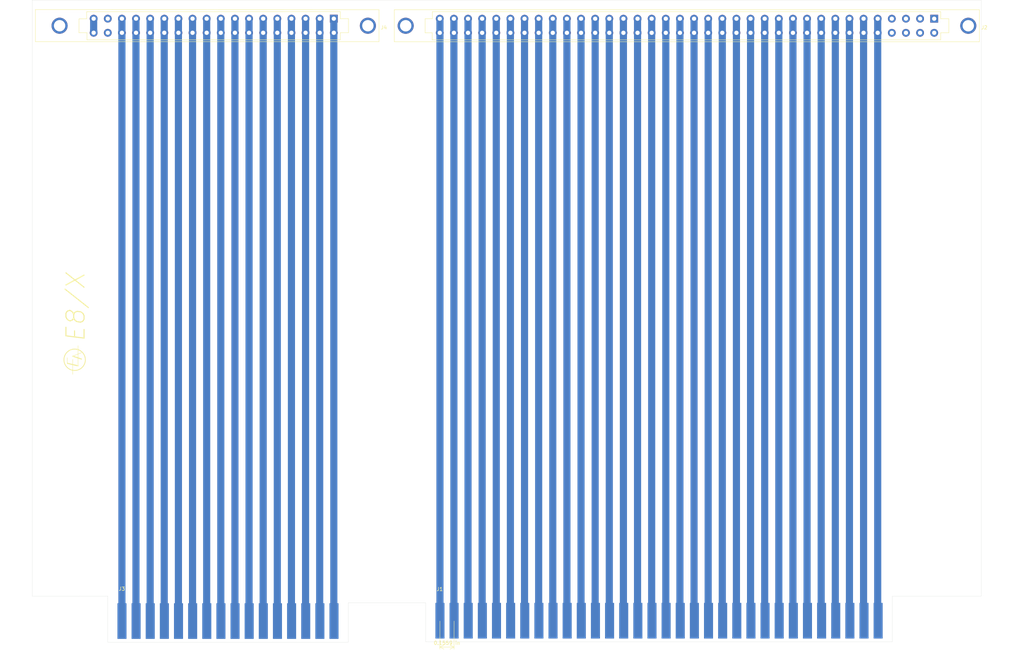
<source format=kicad_pcb>
(kicad_pcb (version 20171130) (host pcbnew "(5.1.10-1-10_14)")

  (general
    (thickness 1.6)
    (drawings 21)
    (tracks 98)
    (zones 0)
    (modules 5)
    (nets 63)
  )

  (page A3)
  (layers
    (0 F.Cu signal)
    (31 B.Cu signal)
    (32 B.Adhes user)
    (33 F.Adhes user)
    (34 B.Paste user)
    (35 F.Paste user)
    (36 B.SilkS user)
    (37 F.SilkS user)
    (38 B.Mask user)
    (39 F.Mask user)
    (40 Dwgs.User user)
    (41 Cmts.User user)
    (42 Eco1.User user)
    (43 Eco2.User user)
    (44 Edge.Cuts user)
    (45 Margin user)
    (46 B.CrtYd user)
    (47 F.CrtYd user)
    (48 B.Fab user)
    (49 F.Fab user)
  )

  (setup
    (last_trace_width 0.25)
    (user_trace_width 2)
    (trace_clearance 0.2)
    (zone_clearance 0.508)
    (zone_45_only no)
    (trace_min 0.2)
    (via_size 0.8)
    (via_drill 0.4)
    (via_min_size 0.4)
    (via_min_drill 0.3)
    (uvia_size 0.3)
    (uvia_drill 0.1)
    (uvias_allowed no)
    (uvia_min_size 0.2)
    (uvia_min_drill 0.1)
    (edge_width 0.05)
    (segment_width 0.2)
    (pcb_text_width 0.3)
    (pcb_text_size 1.5 1.5)
    (mod_edge_width 0.12)
    (mod_text_size 1 1)
    (mod_text_width 0.15)
    (pad_size 1.524 1.524)
    (pad_drill 0.762)
    (pad_to_mask_clearance 0)
    (aux_axis_origin 0 0)
    (grid_origin 45 260)
    (visible_elements FFFFFF7F)
    (pcbplotparams
      (layerselection 0x010fc_ffffffff)
      (usegerberextensions false)
      (usegerberattributes true)
      (usegerberadvancedattributes true)
      (creategerberjobfile true)
      (excludeedgelayer true)
      (linewidth 0.100000)
      (plotframeref false)
      (viasonmask false)
      (mode 1)
      (useauxorigin false)
      (hpglpennumber 1)
      (hpglpenspeed 20)
      (hpglpendiameter 15.000000)
      (psnegative false)
      (psa4output false)
      (plotreference true)
      (plotvalue true)
      (plotinvisibletext false)
      (padsonsilk false)
      (subtractmaskfromsilk false)
      (outputformat 1)
      (mirror false)
      (drillshape 0)
      (scaleselection 1)
      (outputdirectory "Gerber/"))
  )

  (net 0 "")
  (net 1 "Net-(J1-Pad31)")
  (net 2 "Net-(J1-Pad32)")
  (net 3 "Net-(J1-Pad20)")
  (net 4 "Net-(J1-Pad21)")
  (net 5 "Net-(J1-Pad22)")
  (net 6 "Net-(J1-Pad23)")
  (net 7 "Net-(J1-Pad24)")
  (net 8 "Net-(J1-Pad25)")
  (net 9 "Net-(J1-Pad26)")
  (net 10 "Net-(J1-Pad27)")
  (net 11 "Net-(J1-Pad28)")
  (net 12 "Net-(J1-Pad29)")
  (net 13 "Net-(J1-Pad30)")
  (net 14 "Net-(J1-Pad19)")
  (net 15 "Net-(J1-Pad18)")
  (net 16 "Net-(J1-Pad17)")
  (net 17 "Net-(J1-Pad16)")
  (net 18 "Net-(J1-Pad15)")
  (net 19 "Net-(J1-Pad14)")
  (net 20 "Net-(J1-Pad13)")
  (net 21 "Net-(J1-Pad12)")
  (net 22 "Net-(J1-Pad11)")
  (net 23 "Net-(J1-Pad10)")
  (net 24 "Net-(J1-Pad9)")
  (net 25 "Net-(J1-Pad8)")
  (net 26 "Net-(J1-Pad7)")
  (net 27 "Net-(J1-Pad6)")
  (net 28 "Net-(J1-Pad5)")
  (net 29 "Net-(J1-Pad4)")
  (net 30 "Net-(J1-Pad3)")
  (net 31 "Net-(J1-Pad2)")
  (net 32 "Net-(J1-Pad1)")
  (net 33 "Net-(J3-Pad16)")
  (net 34 "Net-(J3-Pad15)")
  (net 35 "Net-(J3-Pad14)")
  (net 36 "Net-(J3-Pad13)")
  (net 37 "Net-(J3-Pad12)")
  (net 38 "Net-(J3-Pad11)")
  (net 39 "Net-(J3-Pad10)")
  (net 40 "Net-(J3-Pad9)")
  (net 41 "Net-(J3-Pad8)")
  (net 42 "Net-(J3-Pad7)")
  (net 43 "Net-(J3-Pad6)")
  (net 44 "Net-(J3-Pad5)")
  (net 45 "Net-(J3-Pad4)")
  (net 46 "Net-(J3-Pad3)")
  (net 47 "Net-(J3-Pad2)")
  (net 48 "Net-(J3-Pad1)")
  (net 49 "Net-(J4-PadH1)")
  (net 50 "Net-(J4-PadH2)")
  (net 51 "Net-(J2-PadH1)")
  (net 52 "Net-(J2-PadH2)")
  (net 53 "Net-(J2-PadA1)")
  (net 54 "Net-(J2-PadA2)")
  (net 55 "Net-(J2-PadA3)")
  (net 56 "Net-(J2-PadA4)")
  (net 57 "Net-(J2-Pad1)")
  (net 58 "Net-(J2-Pad2)")
  (net 59 "Net-(J2-Pad3)")
  (net 60 "Net-(J2-Pad4)")
  (net 61 "Net-(J4-Pad17)")
  (net 62 "Net-(J4-Pad18)")

  (net_class Default "This is the default net class."
    (clearance 0.2)
    (trace_width 0.25)
    (via_dia 0.8)
    (via_drill 0.4)
    (uvia_dia 0.3)
    (uvia_drill 0.1)
    (add_net "Net-(J1-Pad1)")
    (add_net "Net-(J1-Pad10)")
    (add_net "Net-(J1-Pad11)")
    (add_net "Net-(J1-Pad12)")
    (add_net "Net-(J1-Pad13)")
    (add_net "Net-(J1-Pad14)")
    (add_net "Net-(J1-Pad15)")
    (add_net "Net-(J1-Pad16)")
    (add_net "Net-(J1-Pad17)")
    (add_net "Net-(J1-Pad18)")
    (add_net "Net-(J1-Pad19)")
    (add_net "Net-(J1-Pad2)")
    (add_net "Net-(J1-Pad20)")
    (add_net "Net-(J1-Pad21)")
    (add_net "Net-(J1-Pad22)")
    (add_net "Net-(J1-Pad23)")
    (add_net "Net-(J1-Pad24)")
    (add_net "Net-(J1-Pad25)")
    (add_net "Net-(J1-Pad26)")
    (add_net "Net-(J1-Pad27)")
    (add_net "Net-(J1-Pad28)")
    (add_net "Net-(J1-Pad29)")
    (add_net "Net-(J1-Pad3)")
    (add_net "Net-(J1-Pad30)")
    (add_net "Net-(J1-Pad31)")
    (add_net "Net-(J1-Pad32)")
    (add_net "Net-(J1-Pad4)")
    (add_net "Net-(J1-Pad5)")
    (add_net "Net-(J1-Pad6)")
    (add_net "Net-(J1-Pad7)")
    (add_net "Net-(J1-Pad8)")
    (add_net "Net-(J1-Pad9)")
    (add_net "Net-(J2-Pad1)")
    (add_net "Net-(J2-Pad2)")
    (add_net "Net-(J2-Pad3)")
    (add_net "Net-(J2-Pad4)")
    (add_net "Net-(J2-PadA1)")
    (add_net "Net-(J2-PadA2)")
    (add_net "Net-(J2-PadA3)")
    (add_net "Net-(J2-PadA4)")
    (add_net "Net-(J2-PadH1)")
    (add_net "Net-(J2-PadH2)")
    (add_net "Net-(J3-Pad1)")
    (add_net "Net-(J3-Pad10)")
    (add_net "Net-(J3-Pad11)")
    (add_net "Net-(J3-Pad12)")
    (add_net "Net-(J3-Pad13)")
    (add_net "Net-(J3-Pad14)")
    (add_net "Net-(J3-Pad15)")
    (add_net "Net-(J3-Pad16)")
    (add_net "Net-(J3-Pad2)")
    (add_net "Net-(J3-Pad3)")
    (add_net "Net-(J3-Pad4)")
    (add_net "Net-(J3-Pad5)")
    (add_net "Net-(J3-Pad6)")
    (add_net "Net-(J3-Pad7)")
    (add_net "Net-(J3-Pad8)")
    (add_net "Net-(J3-Pad9)")
    (add_net "Net-(J4-Pad17)")
    (add_net "Net-(J4-Pad18)")
    (add_net "Net-(J4-PadH1)")
    (add_net "Net-(J4-PadH2)")
  )

  (module EDUC-8:EA_Symbol (layer F.Cu) (tedit 60BC925A) (tstamp 60D700A7)
    (at 39.9 186.7 90)
    (fp_text reference REF** (at 0 -5.08 90) (layer F.SilkS) hide
      (effects (font (size 1 1) (thickness 0.15)))
    )
    (fp_text value EA_Symbol (at 0 -6.985 90) (layer F.Fab) hide
      (effects (font (size 1 1) (thickness 0.15)))
    )
    (fp_circle (center 0 0) (end 3 0) (layer F.SilkS) (width 0.24))
    (fp_line (start -1 -2) (end -1.7 0.9) (layer F.SilkS) (width 0.3))
    (fp_line (start -1.04 -2.07) (end 0.57 -2.07) (layer F.SilkS) (width 0.12))
    (fp_line (start -4.09 -0.53) (end 0.11 -0.53) (layer F.SilkS) (width 0.12))
    (fp_line (start -1.75 0.95) (end 3.95 0.95) (layer F.SilkS) (width 0.12))
    (fp_line (start 1 -0.5) (end 0.2 1.9) (layer F.SilkS) (width 0.3))
    (fp_line (start 1.04 -0.51) (end 2 1.96) (layer F.SilkS) (width 0.12))
  )

  (module Connector_PCBEdge:PCB_16pin (layer F.Cu) (tedit 60B359DB) (tstamp 60D69DEB)
    (at 49.1768 265.942)
    (path /612BE996)
    (fp_text reference J3 (at 3.9624 -14.986) (layer F.SilkS)
      (effects (font (size 1 1) (thickness 0.15)))
    )
    (fp_text value 16-way-pcb-edge-Educ-8-connectors (at 3.9624 -12.954) (layer F.Fab)
      (effects (font (size 1 1) (thickness 0.15)))
    )
    (fp_line (start 67.3856 -0.1) (end 67.3856 -11.022) (layer Dwgs.User) (width 0.12))
    (fp_line (start 0 0) (end 67.4 0) (layer Dwgs.User) (width 0.12))
    (fp_line (start 0 -10.668) (end 0 0) (layer Dwgs.User) (width 0.12))
    (pad 16 connect rect (at 3.9872 -5.942) (size 2.54 10) (layers B.Cu B.Mask)
      (net 33 "Net-(J3-Pad16)"))
    (pad 15 connect rect (at 7.9496 -5.942) (size 2.54 10) (layers B.Cu B.Mask)
      (net 34 "Net-(J3-Pad15)"))
    (pad 14 connect rect (at 11.912 -5.942) (size 2.54 10) (layers B.Cu B.Mask)
      (net 35 "Net-(J3-Pad14)"))
    (pad 13 connect rect (at 15.8744 -5.942) (size 2.54 10) (layers B.Cu B.Mask)
      (net 36 "Net-(J3-Pad13)"))
    (pad 12 connect rect (at 19.8368 -5.942) (size 2.54 10) (layers B.Cu B.Mask)
      (net 37 "Net-(J3-Pad12)"))
    (pad 11 connect rect (at 23.7992 -5.942) (size 2.54 10) (layers B.Cu B.Mask)
      (net 38 "Net-(J3-Pad11)"))
    (pad 10 connect rect (at 27.7616 -5.942) (size 2.54 10) (layers B.Cu B.Mask)
      (net 39 "Net-(J3-Pad10)"))
    (pad 9 connect rect (at 31.724 -5.942) (size 2.54 10) (layers B.Cu B.Mask)
      (net 40 "Net-(J3-Pad9)"))
    (pad 8 connect rect (at 35.6864 -5.942) (size 2.54 10) (layers B.Cu B.Mask)
      (net 41 "Net-(J3-Pad8)"))
    (pad 7 connect rect (at 39.6488 -5.942) (size 2.54 10) (layers B.Cu B.Mask)
      (net 42 "Net-(J3-Pad7)"))
    (pad 6 connect rect (at 43.6112 -5.942) (size 2.54 10) (layers B.Cu B.Mask)
      (net 43 "Net-(J3-Pad6)"))
    (pad 5 connect rect (at 47.5736 -5.942) (size 2.54 10) (layers B.Cu B.Mask)
      (net 44 "Net-(J3-Pad5)"))
    (pad 4 connect rect (at 51.536 -5.942) (size 2.54 10) (layers B.Cu B.Mask)
      (net 45 "Net-(J3-Pad4)"))
    (pad 3 connect rect (at 55.4984 -5.942) (size 2.54 10) (layers B.Cu B.Mask)
      (net 46 "Net-(J3-Pad3)"))
    (pad 2 connect rect (at 59.4608 -5.942) (size 2.54 10) (layers B.Cu B.Mask)
      (net 47 "Net-(J3-Pad2)"))
    (pad 1 connect rect (at 63.4232 -5.942) (size 2.54 10) (layers B.Cu B.Mask)
      (net 48 "Net-(J3-Pad1)"))
  )

  (module EDUC-8:72_way_3.96mm_card_edge_socket (layer F.Cu) (tedit 60C33565) (tstamp 60D67D83)
    (at 290.4 93 180)
    (path /60D67786)
    (fp_text reference J2 (at -4.5 -0.5) (layer F.SilkS)
      (effects (font (size 1 1) (thickness 0.15)))
    )
    (fp_text value 36-way-pcb-edge-socket-Educ-8-connectors (at 5.5 -5.5) (layer F.Fab)
      (effects (font (size 1 1) (thickness 0.15)))
    )
    (fp_line (start 150.28 -3.96) (end 150.28 -3.91) (layer F.SilkS) (width 0.12))
    (fp_line (start 150.09 -3.96) (end 150.28 -3.96) (layer F.SilkS) (width 0.12))
    (fp_line (start 7.72 -3.96) (end 150.09 -3.96) (layer F.SilkS) (width 0.12))
    (fp_line (start 150.28 -1.98) (end 150.28 -3.91) (layer F.SilkS) (width 0.12))
    (fp_line (start 152.26 -1.98) (end 150.28 -1.98) (layer F.SilkS) (width 0.12))
    (fp_line (start 152.26 1.97) (end 152.26 -1.98) (layer F.SilkS) (width 0.12))
    (fp_line (start 150.23 1.97) (end 152.26 1.97) (layer F.SilkS) (width 0.12))
    (fp_line (start 150.23 3.96) (end 150.23 1.97) (layer F.SilkS) (width 0.12))
    (fp_line (start 7.72 3.96) (end 150.23 3.96) (layer F.SilkS) (width 0.12))
    (fp_line (start 7.72 1.98) (end 7.72 3.96) (layer F.SilkS) (width 0.12))
    (fp_line (start 5.44 1.98) (end 7.72 1.98) (layer F.SilkS) (width 0.12))
    (fp_line (start 5.44 -1.97) (end 5.44 1.98) (layer F.SilkS) (width 0.12))
    (fp_line (start 7.72 -1.97) (end 5.44 -1.97) (layer F.SilkS) (width 0.12))
    (fp_line (start 7.72 -3.96) (end 7.72 -1.97) (layer F.SilkS) (width 0.12))
    (fp_line (start 160.89 4.5) (end -3.12 4.5) (layer F.SilkS) (width 0.12))
    (fp_line (start 160.89 -4.5) (end 160.89 4.5) (layer F.SilkS) (width 0.12))
    (fp_line (start -3.12 -4.5) (end 160.89 -4.5) (layer F.SilkS) (width 0.12))
    (fp_line (start -3.12 4.48) (end -3.12 -4.5) (layer F.SilkS) (width 0.12))
    (fp_line (start 152.26 -1.98) (end 150.28 -1.98) (layer Dwgs.User) (width 0.12))
    (fp_line (start 152.26 1.98) (end 150.28 1.98) (layer Dwgs.User) (width 0.12))
    (fp_line (start -3.12 -4.5) (end -3.12 4.5) (layer Dwgs.User) (width 0.12))
    (fp_line (start 160.88 -4.5) (end -3.12 -4.5) (layer Dwgs.User) (width 0.12))
    (fp_line (start 160.88 4.5) (end 160.88 -4.5) (layer Dwgs.User) (width 0.12))
    (fp_line (start -3.12 4.5) (end 160.88 4.5) (layer Dwgs.User) (width 0.12))
    (fp_line (start 7.72 1.98) (end 5.44 1.98) (layer Dwgs.User) (width 0.12))
    (fp_line (start 7.72 3.96) (end 7.72 1.98) (layer Dwgs.User) (width 0.12))
    (fp_line (start 146.32 3.96) (end 7.72 3.96) (layer Dwgs.User) (width 0.12))
    (fp_line (start 7.72 -1.98) (end 5.44 -1.98) (layer Dwgs.User) (width 0.12))
    (fp_line (start 7.72 -3.96) (end 7.72 -1.98) (layer Dwgs.User) (width 0.12))
    (fp_line (start 7.72 -1.98) (end 7.72 -3.96) (layer Dwgs.User) (width 0.12))
    (fp_line (start 134.44 -3.96) (end 7.72 -3.96) (layer Dwgs.User) (width 0.12))
    (fp_line (start 138.4 -3.96) (end 134.44 -3.96) (layer Dwgs.User) (width 0.12))
    (fp_line (start 142.36 -3.96) (end 138.4 -3.96) (layer Dwgs.User) (width 0.12))
    (fp_line (start 146.32 -3.96) (end 142.36 -3.96) (layer Dwgs.User) (width 0.12))
    (fp_line (start 152.26 1.98) (end 152.26 -1.98) (layer Dwgs.User) (width 0.12))
    (fp_line (start 5.44 1.98) (end 5.44 -1.98) (layer Dwgs.User) (width 0.12))
    (pad A36 thru_hole circle (at 148.15 -1.98 180) (size 2.2 2.2) (drill 1.2) (layers *.Cu *.Mask)
      (net 2 "Net-(J1-Pad32)"))
    (pad 36 thru_hole circle (at 148.15 1.98 180) (size 2.2 2.2) (drill 1.2) (layers *.Cu *.Mask)
      (net 2 "Net-(J1-Pad32)"))
    (pad H1 thru_hole circle (at 0 0 180) (size 4.5 4.5) (drill 3.2) (layers *.Cu *.Mask)
      (net 51 "Net-(J2-PadH1)"))
    (pad H2 thru_hole circle (at 157.7 0 180) (size 4.5 4.5) (drill 3.2) (layers *.Cu *.Mask)
      (net 52 "Net-(J2-PadH2)"))
    (pad 1 thru_hole rect (at 9.55 1.98 180) (size 2.2 2.2) (drill 1.2) (layers *.Cu *.Mask)
      (net 57 "Net-(J2-Pad1)"))
    (pad 2 thru_hole circle (at 13.51 1.98 180) (size 2.2 2.2) (drill 1.2) (layers *.Cu *.Mask)
      (net 58 "Net-(J2-Pad2)"))
    (pad 3 thru_hole circle (at 17.47 1.98 180) (size 2.2 2.2) (drill 1.2) (layers *.Cu *.Mask)
      (net 59 "Net-(J2-Pad3)"))
    (pad 4 thru_hole circle (at 21.43 1.98 180) (size 2.2 2.2) (drill 1.2) (layers *.Cu *.Mask)
      (net 60 "Net-(J2-Pad4)"))
    (pad 5 thru_hole circle (at 25.39 1.98 180) (size 2.2 2.2) (drill 1.2) (layers *.Cu *.Mask)
      (net 32 "Net-(J1-Pad1)"))
    (pad 6 thru_hole circle (at 29.35 1.98 180) (size 2.2 2.2) (drill 1.2) (layers *.Cu *.Mask)
      (net 31 "Net-(J1-Pad2)"))
    (pad 7 thru_hole circle (at 33.31 1.98 180) (size 2.2 2.2) (drill 1.2) (layers *.Cu *.Mask)
      (net 30 "Net-(J1-Pad3)"))
    (pad 8 thru_hole circle (at 37.27 1.98 180) (size 2.2 2.2) (drill 1.2) (layers *.Cu *.Mask)
      (net 29 "Net-(J1-Pad4)"))
    (pad 9 thru_hole circle (at 41.23 1.98 180) (size 2.2 2.2) (drill 1.2) (layers *.Cu *.Mask)
      (net 28 "Net-(J1-Pad5)"))
    (pad 10 thru_hole circle (at 45.19 1.98 180) (size 2.2 2.2) (drill 1.2) (layers *.Cu *.Mask)
      (net 27 "Net-(J1-Pad6)"))
    (pad 11 thru_hole circle (at 49.15 1.98 180) (size 2.2 2.2) (drill 1.2) (layers *.Cu *.Mask)
      (net 26 "Net-(J1-Pad7)"))
    (pad 12 thru_hole circle (at 53.11 1.98 180) (size 2.2 2.2) (drill 1.2) (layers *.Cu *.Mask)
      (net 25 "Net-(J1-Pad8)"))
    (pad 13 thru_hole circle (at 57.07 1.98 180) (size 2.2 2.2) (drill 1.2) (layers *.Cu *.Mask)
      (net 24 "Net-(J1-Pad9)"))
    (pad 14 thru_hole circle (at 61.03 1.98 180) (size 2.2 2.2) (drill 1.2) (layers *.Cu *.Mask)
      (net 23 "Net-(J1-Pad10)"))
    (pad 15 thru_hole circle (at 64.99 1.98 180) (size 2.2 2.2) (drill 1.2) (layers *.Cu *.Mask)
      (net 22 "Net-(J1-Pad11)"))
    (pad 16 thru_hole circle (at 68.95 1.98 180) (size 2.2 2.2) (drill 1.2) (layers *.Cu *.Mask)
      (net 21 "Net-(J1-Pad12)"))
    (pad 17 thru_hole circle (at 72.91 1.98 180) (size 2.2 2.2) (drill 1.2) (layers *.Cu *.Mask)
      (net 20 "Net-(J1-Pad13)"))
    (pad 18 thru_hole circle (at 76.87 1.98 180) (size 2.2 2.2) (drill 1.2) (layers *.Cu *.Mask)
      (net 19 "Net-(J1-Pad14)"))
    (pad 19 thru_hole circle (at 80.83 1.98 180) (size 2.2 2.2) (drill 1.2) (layers *.Cu *.Mask)
      (net 18 "Net-(J1-Pad15)"))
    (pad 20 thru_hole circle (at 84.79 1.98 180) (size 2.2 2.2) (drill 1.2) (layers *.Cu *.Mask)
      (net 17 "Net-(J1-Pad16)"))
    (pad 21 thru_hole circle (at 88.75 1.98 180) (size 2.2 2.2) (drill 1.2) (layers *.Cu *.Mask)
      (net 16 "Net-(J1-Pad17)"))
    (pad 22 thru_hole circle (at 92.71 1.98 180) (size 2.2 2.2) (drill 1.2) (layers *.Cu *.Mask)
      (net 15 "Net-(J1-Pad18)"))
    (pad 23 thru_hole circle (at 96.67 1.98 180) (size 2.2 2.2) (drill 1.2) (layers *.Cu *.Mask)
      (net 14 "Net-(J1-Pad19)"))
    (pad 24 thru_hole circle (at 100.63 1.98 180) (size 2.2 2.2) (drill 1.2) (layers *.Cu *.Mask)
      (net 3 "Net-(J1-Pad20)"))
    (pad 25 thru_hole circle (at 104.59 1.98 180) (size 2.2 2.2) (drill 1.2) (layers *.Cu *.Mask)
      (net 4 "Net-(J1-Pad21)"))
    (pad 26 thru_hole circle (at 108.55 1.98 180) (size 2.2 2.2) (drill 1.2) (layers *.Cu *.Mask)
      (net 5 "Net-(J1-Pad22)"))
    (pad 27 thru_hole circle (at 112.51 1.98 180) (size 2.2 2.2) (drill 1.2) (layers *.Cu *.Mask)
      (net 6 "Net-(J1-Pad23)"))
    (pad 28 thru_hole circle (at 116.47 1.98 180) (size 2.2 2.2) (drill 1.2) (layers *.Cu *.Mask)
      (net 7 "Net-(J1-Pad24)"))
    (pad 29 thru_hole circle (at 120.43 1.98 180) (size 2.2 2.2) (drill 1.2) (layers *.Cu *.Mask)
      (net 8 "Net-(J1-Pad25)"))
    (pad 30 thru_hole circle (at 124.39 1.98 180) (size 2.2 2.2) (drill 1.2) (layers *.Cu *.Mask)
      (net 9 "Net-(J1-Pad26)"))
    (pad 31 thru_hole circle (at 128.35 1.98 180) (size 2.2 2.2) (drill 1.2) (layers *.Cu *.Mask)
      (net 10 "Net-(J1-Pad27)"))
    (pad 32 thru_hole circle (at 132.31 1.98 180) (size 2.2 2.2) (drill 1.2) (layers *.Cu *.Mask)
      (net 11 "Net-(J1-Pad28)"))
    (pad 33 thru_hole circle (at 136.27 1.98 180) (size 2.2 2.2) (drill 1.2) (layers *.Cu *.Mask)
      (net 12 "Net-(J1-Pad29)"))
    (pad 34 thru_hole circle (at 140.23 1.98 180) (size 2.2 2.2) (drill 1.2) (layers *.Cu *.Mask)
      (net 13 "Net-(J1-Pad30)"))
    (pad 35 thru_hole circle (at 144.19 1.98 180) (size 2.2 2.2) (drill 1.2) (layers *.Cu *.Mask)
      (net 1 "Net-(J1-Pad31)"))
    (pad A1 thru_hole circle (at 9.55 -1.98 180) (size 2.2 2.2) (drill 1.2) (layers *.Cu *.Mask)
      (net 53 "Net-(J2-PadA1)"))
    (pad A2 thru_hole circle (at 13.51 -1.98 180) (size 2.2 2.2) (drill 1.2) (layers *.Cu *.Mask)
      (net 54 "Net-(J2-PadA2)"))
    (pad A3 thru_hole circle (at 17.47 -1.98 180) (size 2.2 2.2) (drill 1.2) (layers *.Cu *.Mask)
      (net 55 "Net-(J2-PadA3)"))
    (pad A4 thru_hole circle (at 21.43 -1.98 180) (size 2.2 2.2) (drill 1.2) (layers *.Cu *.Mask)
      (net 56 "Net-(J2-PadA4)"))
    (pad A5 thru_hole circle (at 25.39 -1.98 180) (size 2.2 2.2) (drill 1.2) (layers *.Cu *.Mask)
      (net 32 "Net-(J1-Pad1)"))
    (pad A6 thru_hole circle (at 29.35 -1.98 180) (size 2.2 2.2) (drill 1.2) (layers *.Cu *.Mask)
      (net 31 "Net-(J1-Pad2)"))
    (pad A7 thru_hole circle (at 33.31 -1.98 180) (size 2.2 2.2) (drill 1.2) (layers *.Cu *.Mask)
      (net 30 "Net-(J1-Pad3)"))
    (pad A8 thru_hole circle (at 37.27 -1.98 180) (size 2.2 2.2) (drill 1.2) (layers *.Cu *.Mask)
      (net 29 "Net-(J1-Pad4)"))
    (pad A9 thru_hole circle (at 41.23 -1.98 180) (size 2.2 2.2) (drill 1.2) (layers *.Cu *.Mask)
      (net 28 "Net-(J1-Pad5)"))
    (pad A10 thru_hole circle (at 45.19 -1.98 180) (size 2.2 2.2) (drill 1.2) (layers *.Cu *.Mask)
      (net 27 "Net-(J1-Pad6)"))
    (pad A11 thru_hole circle (at 49.15 -1.98 180) (size 2.2 2.2) (drill 1.2) (layers *.Cu *.Mask)
      (net 26 "Net-(J1-Pad7)"))
    (pad A12 thru_hole circle (at 53.11 -1.98 180) (size 2.2 2.2) (drill 1.2) (layers *.Cu *.Mask)
      (net 25 "Net-(J1-Pad8)"))
    (pad A13 thru_hole circle (at 57.07 -1.98 180) (size 2.2 2.2) (drill 1.2) (layers *.Cu *.Mask)
      (net 24 "Net-(J1-Pad9)"))
    (pad A14 thru_hole circle (at 61.03 -1.98 180) (size 2.2 2.2) (drill 1.2) (layers *.Cu *.Mask)
      (net 23 "Net-(J1-Pad10)"))
    (pad A15 thru_hole circle (at 64.99 -1.98 180) (size 2.2 2.2) (drill 1.2) (layers *.Cu *.Mask)
      (net 22 "Net-(J1-Pad11)"))
    (pad A16 thru_hole circle (at 68.95 -1.98 180) (size 2.2 2.2) (drill 1.2) (layers *.Cu *.Mask)
      (net 21 "Net-(J1-Pad12)"))
    (pad A17 thru_hole circle (at 72.91 -1.98 180) (size 2.2 2.2) (drill 1.2) (layers *.Cu *.Mask)
      (net 20 "Net-(J1-Pad13)"))
    (pad A18 thru_hole circle (at 76.87 -1.98 180) (size 2.2 2.2) (drill 1.2) (layers *.Cu *.Mask)
      (net 19 "Net-(J1-Pad14)"))
    (pad A19 thru_hole circle (at 80.83 -1.98 180) (size 2.2 2.2) (drill 1.2) (layers *.Cu *.Mask)
      (net 18 "Net-(J1-Pad15)"))
    (pad A20 thru_hole circle (at 84.79 -1.98 180) (size 2.2 2.2) (drill 1.2) (layers *.Cu *.Mask)
      (net 17 "Net-(J1-Pad16)"))
    (pad A21 thru_hole circle (at 88.75 -1.98 180) (size 2.2 2.2) (drill 1.2) (layers *.Cu *.Mask)
      (net 16 "Net-(J1-Pad17)"))
    (pad A22 thru_hole circle (at 92.71 -1.98 180) (size 2.2 2.2) (drill 1.2) (layers *.Cu *.Mask)
      (net 15 "Net-(J1-Pad18)"))
    (pad A23 thru_hole circle (at 96.67 -1.98 180) (size 2.2 2.2) (drill 1.2) (layers *.Cu *.Mask)
      (net 14 "Net-(J1-Pad19)"))
    (pad A24 thru_hole circle (at 100.63 -1.98 180) (size 2.2 2.2) (drill 1.2) (layers *.Cu *.Mask)
      (net 3 "Net-(J1-Pad20)"))
    (pad A25 thru_hole circle (at 104.59 -1.98 180) (size 2.2 2.2) (drill 1.2) (layers *.Cu *.Mask)
      (net 4 "Net-(J1-Pad21)"))
    (pad A26 thru_hole circle (at 108.55 -1.98 180) (size 2.2 2.2) (drill 1.2) (layers *.Cu *.Mask)
      (net 5 "Net-(J1-Pad22)"))
    (pad A27 thru_hole circle (at 112.51 -1.98 180) (size 2.2 2.2) (drill 1.2) (layers *.Cu *.Mask)
      (net 6 "Net-(J1-Pad23)"))
    (pad A28 thru_hole circle (at 116.47 -1.98 180) (size 2.2 2.2) (drill 1.2) (layers *.Cu *.Mask)
      (net 7 "Net-(J1-Pad24)"))
    (pad A29 thru_hole circle (at 120.43 -1.98 180) (size 2.2 2.2) (drill 1.2) (layers *.Cu *.Mask)
      (net 8 "Net-(J1-Pad25)"))
    (pad A30 thru_hole circle (at 124.39 -1.98 180) (size 2.2 2.2) (drill 1.2) (layers *.Cu *.Mask)
      (net 9 "Net-(J1-Pad26)"))
    (pad A31 thru_hole circle (at 128.35 -1.98 180) (size 2.2 2.2) (drill 1.2) (layers *.Cu *.Mask)
      (net 10 "Net-(J1-Pad27)"))
    (pad A32 thru_hole circle (at 132.31 -1.98 180) (size 2.2 2.2) (drill 1.2) (layers *.Cu *.Mask)
      (net 11 "Net-(J1-Pad28)"))
    (pad A33 thru_hole circle (at 136.27 -1.98 180) (size 2.2 2.2) (drill 1.2) (layers *.Cu *.Mask)
      (net 12 "Net-(J1-Pad29)"))
    (pad A34 thru_hole circle (at 140.23 -1.98 180) (size 2.2 2.2) (drill 1.2) (layers *.Cu *.Mask)
      (net 13 "Net-(J1-Pad30)"))
    (pad A35 thru_hole circle (at 144.19 -1.98 180) (size 2.2 2.2) (drill 1.2) (layers *.Cu *.Mask)
      (net 1 "Net-(J1-Pad31)"))
  )

  (module EDUC-8:36_way_3.96mm_card_edge_socket (layer F.Cu) (tedit 60C3353A) (tstamp 60D67A24)
    (at 122.1 92.99 180)
    (path /60D6C52E)
    (fp_text reference J4 (at -4.5 -0.5) (layer F.SilkS)
      (effects (font (size 1 1) (thickness 0.15)))
    )
    (fp_text value 36-way-edge-connector-Educ-8-connectors (at 5.5 -5.5) (layer F.Fab)
      (effects (font (size 1 1) (thickness 0.15)))
    )
    (fp_line (start -3.12 4.5) (end 93.192 4.53) (layer F.SilkS) (width 0.12))
    (fp_line (start 93.192 -4.47) (end -3.06 -4.47) (layer F.SilkS) (width 0.12))
    (fp_line (start 78.84 3.93) (end 7.72 3.96) (layer F.SilkS) (width 0.12))
    (fp_line (start 78.74 -3.97) (end 7.72 -3.96) (layer F.SilkS) (width 0.12))
    (fp_line (start 93.192 -4.47) (end 93.192 4.53) (layer F.SilkS) (width 0.12))
    (fp_line (start 78.84 1.93) (end 78.84 3.93) (layer F.SilkS) (width 0.12))
    (fp_line (start 80.94 1.93) (end 78.84 1.93) (layer F.SilkS) (width 0.12))
    (fp_line (start 78.74 -1.97) (end 78.74 -3.97) (layer F.SilkS) (width 0.12))
    (fp_line (start 80.98 -1.97) (end 78.74 -1.97) (layer F.SilkS) (width 0.12))
    (fp_line (start 80.98 -1.97) (end 80.98 1.93) (layer F.SilkS) (width 0.12))
    (fp_line (start 7.72 1.98) (end 7.72 3.96) (layer F.SilkS) (width 0.12))
    (fp_line (start 5.44 1.98) (end 7.72 1.98) (layer F.SilkS) (width 0.12))
    (fp_line (start 5.44 -1.97) (end 5.44 1.98) (layer F.SilkS) (width 0.12))
    (fp_line (start 7.72 -1.97) (end 5.44 -1.97) (layer F.SilkS) (width 0.12))
    (fp_line (start 7.72 -3.96) (end 7.72 -1.97) (layer F.SilkS) (width 0.12))
    (fp_line (start -3.12 4.48) (end -3.12 -4.5) (layer F.SilkS) (width 0.12))
    (fp_line (start -3.12 -4.5) (end -3.12 4.5) (layer Dwgs.User) (width 0.12))
    (fp_line (start 7.72 1.98) (end 5.44 1.98) (layer Dwgs.User) (width 0.12))
    (fp_line (start 7.72 3.96) (end 7.72 1.98) (layer Dwgs.User) (width 0.12))
    (fp_line (start 7.72 -1.98) (end 5.44 -1.98) (layer Dwgs.User) (width 0.12))
    (fp_line (start 7.72 -3.96) (end 7.72 -1.98) (layer Dwgs.User) (width 0.12))
    (fp_line (start 7.72 -1.98) (end 7.72 -3.96) (layer Dwgs.User) (width 0.12))
    (fp_line (start 5.44 1.98) (end 5.44 -1.98) (layer Dwgs.User) (width 0.12))
    (pad H1 thru_hole circle (at 0 0 180) (size 4.5 4.5) (drill 3.2) (layers *.Cu *.Mask)
      (net 49 "Net-(J4-PadH1)"))
    (pad H2 thru_hole circle (at 86.42 0 180) (size 4.5 4.5) (drill 3.2) (layers *.Cu *.Mask)
      (net 50 "Net-(J4-PadH2)"))
    (pad 1 thru_hole rect (at 9.55 1.98 180) (size 2.2 2.2) (drill 1.2) (layers *.Cu *.Mask)
      (net 48 "Net-(J3-Pad1)"))
    (pad 2 thru_hole circle (at 13.51 1.98 180) (size 2.2 2.2) (drill 1.2) (layers *.Cu *.Mask)
      (net 47 "Net-(J3-Pad2)"))
    (pad 3 thru_hole circle (at 17.47 1.98 180) (size 2.2 2.2) (drill 1.2) (layers *.Cu *.Mask)
      (net 46 "Net-(J3-Pad3)"))
    (pad 4 thru_hole circle (at 21.43 1.98 180) (size 2.2 2.2) (drill 1.2) (layers *.Cu *.Mask)
      (net 45 "Net-(J3-Pad4)"))
    (pad 5 thru_hole circle (at 25.39 1.98 180) (size 2.2 2.2) (drill 1.2) (layers *.Cu *.Mask)
      (net 44 "Net-(J3-Pad5)"))
    (pad 6 thru_hole circle (at 29.35 1.98 180) (size 2.2 2.2) (drill 1.2) (layers *.Cu *.Mask)
      (net 43 "Net-(J3-Pad6)"))
    (pad 7 thru_hole circle (at 33.31 1.98 180) (size 2.2 2.2) (drill 1.2) (layers *.Cu *.Mask)
      (net 42 "Net-(J3-Pad7)"))
    (pad 8 thru_hole circle (at 37.27 1.98 180) (size 2.2 2.2) (drill 1.2) (layers *.Cu *.Mask)
      (net 41 "Net-(J3-Pad8)"))
    (pad 9 thru_hole circle (at 41.23 1.98 180) (size 2.2 2.2) (drill 1.2) (layers *.Cu *.Mask)
      (net 40 "Net-(J3-Pad9)"))
    (pad 10 thru_hole circle (at 45.19 1.98 180) (size 2.2 2.2) (drill 1.2) (layers *.Cu *.Mask)
      (net 39 "Net-(J3-Pad10)"))
    (pad 11 thru_hole circle (at 49.15 1.98 180) (size 2.2 2.2) (drill 1.2) (layers *.Cu *.Mask)
      (net 38 "Net-(J3-Pad11)"))
    (pad 12 thru_hole circle (at 53.11 1.98 180) (size 2.2 2.2) (drill 1.2) (layers *.Cu *.Mask)
      (net 37 "Net-(J3-Pad12)"))
    (pad 13 thru_hole circle (at 57.07 1.98 180) (size 2.2 2.2) (drill 1.2) (layers *.Cu *.Mask)
      (net 36 "Net-(J3-Pad13)"))
    (pad 14 thru_hole circle (at 61.03 1.98 180) (size 2.2 2.2) (drill 1.2) (layers *.Cu *.Mask)
      (net 35 "Net-(J3-Pad14)"))
    (pad 15 thru_hole circle (at 64.99 1.98 180) (size 2.2 2.2) (drill 1.2) (layers *.Cu *.Mask)
      (net 34 "Net-(J3-Pad15)"))
    (pad 16 thru_hole circle (at 68.95 1.98 180) (size 2.2 2.2) (drill 1.2) (layers *.Cu *.Mask)
      (net 33 "Net-(J3-Pad16)"))
    (pad 17 thru_hole circle (at 72.91 1.98 180) (size 2.2 2.2) (drill 1.2) (layers *.Cu *.Mask)
      (net 61 "Net-(J4-Pad17)"))
    (pad 18 thru_hole circle (at 76.87 1.98 180) (size 2.2 2.2) (drill 1.2) (layers *.Cu *.Mask)
      (net 62 "Net-(J4-Pad18)"))
    (pad A thru_hole circle (at 9.55 -1.98 180) (size 2.2 2.2) (drill 1.2) (layers *.Cu *.Mask)
      (net 48 "Net-(J3-Pad1)"))
    (pad B thru_hole circle (at 13.51 -1.98 180) (size 2.2 2.2) (drill 1.2) (layers *.Cu *.Mask)
      (net 47 "Net-(J3-Pad2)"))
    (pad C thru_hole circle (at 17.47 -1.98 180) (size 2.2 2.2) (drill 1.2) (layers *.Cu *.Mask)
      (net 46 "Net-(J3-Pad3)"))
    (pad D thru_hole circle (at 21.43 -1.98 180) (size 2.2 2.2) (drill 1.2) (layers *.Cu *.Mask)
      (net 45 "Net-(J3-Pad4)"))
    (pad E thru_hole circle (at 25.39 -1.98 180) (size 2.2 2.2) (drill 1.2) (layers *.Cu *.Mask)
      (net 44 "Net-(J3-Pad5)"))
    (pad F thru_hole circle (at 29.35 -1.98 180) (size 2.2 2.2) (drill 1.2) (layers *.Cu *.Mask)
      (net 43 "Net-(J3-Pad6)"))
    (pad G thru_hole circle (at 33.31 -1.98 180) (size 2.2 2.2) (drill 1.2) (layers *.Cu *.Mask)
      (net 42 "Net-(J3-Pad7)"))
    (pad H thru_hole circle (at 37.27 -1.98 180) (size 2.2 2.2) (drill 1.2) (layers *.Cu *.Mask)
      (net 41 "Net-(J3-Pad8)"))
    (pad J thru_hole circle (at 41.23 -1.98 180) (size 2.2 2.2) (drill 1.2) (layers *.Cu *.Mask)
      (net 40 "Net-(J3-Pad9)"))
    (pad K thru_hole circle (at 45.19 -1.98 180) (size 2.2 2.2) (drill 1.2) (layers *.Cu *.Mask)
      (net 39 "Net-(J3-Pad10)"))
    (pad L thru_hole circle (at 49.15 -1.98 180) (size 2.2 2.2) (drill 1.2) (layers *.Cu *.Mask)
      (net 38 "Net-(J3-Pad11)"))
    (pad M thru_hole circle (at 53.11 -1.98 180) (size 2.2 2.2) (drill 1.2) (layers *.Cu *.Mask)
      (net 37 "Net-(J3-Pad12)"))
    (pad N thru_hole circle (at 57.07 -1.98 180) (size 2.2 2.2) (drill 1.2) (layers *.Cu *.Mask)
      (net 36 "Net-(J3-Pad13)"))
    (pad P thru_hole circle (at 61.03 -1.98 180) (size 2.2 2.2) (drill 1.2) (layers *.Cu *.Mask)
      (net 35 "Net-(J3-Pad14)"))
    (pad Q thru_hole circle (at 64.99 -1.98 180) (size 2.2 2.2) (drill 1.2) (layers *.Cu *.Mask)
      (net 34 "Net-(J3-Pad15)"))
    (pad R thru_hole circle (at 68.95 -1.98 180) (size 2.2 2.2) (drill 1.2) (layers *.Cu *.Mask)
      (net 33 "Net-(J3-Pad16)"))
    (pad S thru_hole circle (at 72.91 -1.98 180) (size 2.2 2.2) (drill 1.2) (layers *.Cu *.Mask)
      (net 61 "Net-(J4-Pad17)"))
    (pad T thru_hole circle (at 76.87 -1.98 180) (size 2.2 2.2) (drill 1.2) (layers *.Cu *.Mask)
      (net 62 "Net-(J4-Pad18)"))
  )

  (module Connector_PCBEdge:PCB_32pin (layer F.Cu) (tedit 60B1A8AC) (tstamp 60D679CA)
    (at 138.278 265.782)
    (path /60D69FD6)
    (fp_text reference J1 (at 3.9624 -14.732) (layer F.SilkS)
      (effects (font (size 1 1) (thickness 0.15)))
    )
    (fp_text value 32-way-pcb-edge-Educ-8-connectors (at 3.9624 -13.208) (layer F.Fab)
      (effects (font (size 1 1) (thickness 0.15)))
    )
    (fp_line (start 0.03 -10.718) (end 0.03 -0.05) (layer Dwgs.User) (width 0.12))
    (fp_line (start 0.03 -0.05) (end 59.5956 -0.05) (layer Dwgs.User) (width 0.12))
    (fp_line (start 130.8188 -0.04) (end 130.8188 -10.962) (layer Dwgs.User) (width 0.12))
    (fp_line (start 55.5332 -0.04) (end 130.8188 -0.04) (layer Dwgs.User) (width 0.12))
    (pad 31 connect rect (at 7.9844 -5.882) (size 2.54 10) (layers B.Cu B.Mask)
      (net 1 "Net-(J1-Pad31)"))
    (pad 32 connect rect (at 4.022 -5.882) (size 2.54 10) (layers B.Cu B.Mask)
      (net 2 "Net-(J1-Pad32)"))
    (pad 20 connect rect (at 51.5708 -5.882) (size 2.54 10) (layers B.Cu B.Mask)
      (net 3 "Net-(J1-Pad20)"))
    (pad 21 connect rect (at 47.6084 -5.882) (size 2.54 10) (layers B.Cu B.Mask)
      (net 4 "Net-(J1-Pad21)"))
    (pad 22 connect rect (at 43.646 -5.882) (size 2.54 10) (layers B.Cu B.Mask)
      (net 5 "Net-(J1-Pad22)"))
    (pad 23 connect rect (at 39.6836 -5.882) (size 2.54 10) (layers B.Cu B.Mask)
      (net 6 "Net-(J1-Pad23)"))
    (pad 24 connect rect (at 35.7212 -5.882) (size 2.54 10) (layers B.Cu B.Mask)
      (net 7 "Net-(J1-Pad24)"))
    (pad 25 connect rect (at 31.7588 -5.882) (size 2.54 10) (layers B.Cu B.Mask)
      (net 8 "Net-(J1-Pad25)"))
    (pad 26 connect rect (at 27.7964 -5.882) (size 2.54 10) (layers B.Cu B.Mask)
      (net 9 "Net-(J1-Pad26)"))
    (pad 27 connect rect (at 23.834 -5.882) (size 2.54 10) (layers B.Cu B.Mask)
      (net 10 "Net-(J1-Pad27)"))
    (pad 28 connect rect (at 19.8716 -5.882) (size 2.54 10) (layers B.Cu B.Mask)
      (net 11 "Net-(J1-Pad28)"))
    (pad 29 connect rect (at 15.9092 -5.882) (size 2.54 10) (layers B.Cu B.Mask)
      (net 12 "Net-(J1-Pad29)"))
    (pad 30 connect rect (at 11.9468 -5.882) (size 2.54 10) (layers B.Cu B.Mask)
      (net 13 "Net-(J1-Pad30)"))
    (pad 19 connect rect (at 55.5332 -5.882) (size 2.54 10) (layers B.Cu B.Mask)
      (net 14 "Net-(J1-Pad19)"))
    (pad 18 connect rect (at 59.4956 -5.882) (size 2.54 10) (layers B.Cu B.Mask)
      (net 15 "Net-(J1-Pad18)"))
    (pad 17 connect rect (at 63.458 -5.882) (size 2.54 10) (layers B.Cu B.Mask)
      (net 16 "Net-(J1-Pad17)"))
    (pad 16 connect rect (at 67.4204 -5.882) (size 2.54 10) (layers B.Cu B.Mask)
      (net 17 "Net-(J1-Pad16)"))
    (pad 15 connect rect (at 71.3828 -5.882) (size 2.54 10) (layers B.Cu B.Mask)
      (net 18 "Net-(J1-Pad15)"))
    (pad 14 connect rect (at 75.3452 -5.882) (size 2.54 10) (layers B.Cu B.Mask)
      (net 19 "Net-(J1-Pad14)"))
    (pad 13 connect rect (at 79.3076 -5.882) (size 2.54 10) (layers B.Cu B.Mask)
      (net 20 "Net-(J1-Pad13)"))
    (pad 12 connect rect (at 83.27 -5.882) (size 2.54 10) (layers B.Cu B.Mask)
      (net 21 "Net-(J1-Pad12)"))
    (pad 11 connect rect (at 87.2324 -5.882) (size 2.54 10) (layers B.Cu B.Mask)
      (net 22 "Net-(J1-Pad11)"))
    (pad 10 connect rect (at 91.1948 -5.882) (size 2.54 10) (layers B.Cu B.Mask)
      (net 23 "Net-(J1-Pad10)"))
    (pad 9 connect rect (at 95.1572 -5.882) (size 2.54 10) (layers B.Cu B.Mask)
      (net 24 "Net-(J1-Pad9)"))
    (pad 8 connect rect (at 99.1196 -5.882) (size 2.54 10) (layers B.Cu B.Mask)
      (net 25 "Net-(J1-Pad8)"))
    (pad 7 connect rect (at 103.082 -5.882) (size 2.54 10) (layers B.Cu B.Mask)
      (net 26 "Net-(J1-Pad7)"))
    (pad 6 connect rect (at 107.0444 -5.882) (size 2.54 10) (layers B.Cu B.Mask)
      (net 27 "Net-(J1-Pad6)"))
    (pad 5 connect rect (at 111.0068 -5.882) (size 2.54 10) (layers B.Cu B.Mask)
      (net 28 "Net-(J1-Pad5)"))
    (pad 4 connect rect (at 114.9692 -5.882) (size 2.54 10) (layers B.Cu B.Mask)
      (net 29 "Net-(J1-Pad4)"))
    (pad 3 connect rect (at 118.9316 -5.882) (size 2.54 10) (layers B.Cu B.Mask)
      (net 30 "Net-(J1-Pad3)"))
    (pad 2 connect rect (at 122.894 -5.882) (size 2.54 10) (layers B.Cu B.Mask)
      (net 31 "Net-(J1-Pad2)"))
    (pad 1 connect rect (at 126.8564 -5.882) (size 2.54 10) (layers B.Cu B.Mask)
      (net 32 "Net-(J1-Pad1)"))
  )

  (gr_line (start 49.2 253) (end 41.2 253) (layer Edge.Cuts) (width 0.05) (tstamp 60D70621))
  (gr_line (start 49.2 265.9) (end 49.2 253) (layer Edge.Cuts) (width 0.05))
  (dimension 3.960013 (width 0.12) (layer F.SilkS)
    (gr_text "3.960 mm" (at 144.258384 268.565126 359.855314) (layer F.SilkS)
      (effects (font (size 1 1) (thickness 0.15)))
    )
    (feature1 (pts (xy 146.26 260.01) (xy 146.24011 267.886549)))
    (feature2 (pts (xy 142.3 260) (xy 142.28011 267.876549)))
    (crossbar (pts (xy 142.281591 267.29013) (xy 146.241591 267.30013)))
    (arrow1a (pts (xy 146.241591 267.30013) (xy 145.11361 267.883704)))
    (arrow1b (pts (xy 146.241591 267.30013) (xy 145.116572 266.710866)))
    (arrow2a (pts (xy 142.281591 267.29013) (xy 143.40661 267.879394)))
    (arrow2b (pts (xy 142.281591 267.29013) (xy 143.409572 266.706556)))
  )
  (gr_text E8/X (at 40.2 172 90) (layer F.SilkS)
    (effects (font (size 5.08 5.08) (thickness 0.3) italic))
  )
  (gr_line (start 269.1 253) (end 269.1 265.8) (layer Edge.Cuts) (width 0.05) (tstamp 60D697ED))
  (gr_line (start 294 253) (end 269.1 253) (layer Edge.Cuts) (width 0.05))
  (gr_line (start 294 85.8) (end 294 253) (layer Edge.Cuts) (width 0.05))
  (gr_line (start 269.1 85.8) (end 294 85.8) (layer Edge.Cuts) (width 0.05))
  (gr_line (start 28 253) (end 41.2 253) (layer Edge.Cuts) (width 0.05))
  (gr_line (start 28 232.2) (end 28 253) (layer Edge.Cuts) (width 0.05))
  (gr_line (start 19 253) (end 306 253) (layer F.CrtYd) (width 0.05))
  (gr_line (start 28 85.8) (end 28 232.2) (layer Edge.Cuts) (width 0.05))
  (gr_line (start 41.2 85.8) (end 28 85.8) (layer Edge.Cuts) (width 0.05))
  (dimension 29.700007 (width 0.15) (layer Dwgs.User)
    (gr_text "29.700 mm" (at 127.397132 86.760016 0.03858301068) (layer Dwgs.User)
      (effects (font (size 1 1) (thickness 0.15)))
    )
    (feature1 (pts (xy 112.55 91.03) (xy 112.547612 87.483595)))
    (feature2 (pts (xy 142.25 91.01) (xy 142.247612 87.463595)))
    (crossbar (pts (xy 142.248007 88.050016) (xy 112.548007 88.070016)))
    (arrow1a (pts (xy 112.548007 88.070016) (xy 113.674116 87.482837)))
    (arrow1b (pts (xy 112.548007 88.070016) (xy 113.674905 88.655678)))
    (arrow2a (pts (xy 142.248007 88.050016) (xy 141.121109 87.464354)))
    (arrow2b (pts (xy 142.248007 88.050016) (xy 141.121898 88.637195)))
  )
  (gr_line (start 138.3 265.8) (end 269.1 265.8) (layer Edge.Cuts) (width 0.05) (tstamp 60D68EAD))
  (gr_line (start 138.3 254.9) (end 138.3 265.8) (layer Edge.Cuts) (width 0.05))
  (gr_line (start 116.6 254.9) (end 138.3 254.9) (layer Edge.Cuts) (width 0.05))
  (gr_line (start 116.6 265.9) (end 116.6 254.9) (layer Edge.Cuts) (width 0.05))
  (gr_line (start 49.2 265.9) (end 116.6 265.9) (layer Edge.Cuts) (width 0.05))
  (gr_line (start 269.1 85.8) (end 41.2 85.8) (layer Edge.Cuts) (width 0.05) (tstamp 60D68EAC))
  (dimension 29.7 (width 0.15) (layer Dwgs.User)
    (gr_text "29.700 mm" (at 127.45 274.1) (layer Dwgs.User)
      (effects (font (size 1 1) (thickness 0.15)))
    )
    (feature1 (pts (xy 142.3 260) (xy 142.3 273.386421)))
    (feature2 (pts (xy 112.6 260) (xy 112.6 273.386421)))
    (crossbar (pts (xy 112.6 272.8) (xy 142.3 272.8)))
    (arrow1a (pts (xy 142.3 272.8) (xy 141.173496 273.386421)))
    (arrow1b (pts (xy 142.3 272.8) (xy 141.173496 272.213579)))
    (arrow2a (pts (xy 112.6 272.8) (xy 113.726504 273.386421)))
    (arrow2b (pts (xy 112.6 272.8) (xy 113.726504 272.213579)))
  )

  (segment (start 146.21 259.8476) (end 146.2624 259.9) (width 2) (layer B.Cu) (net 1))
  (segment (start 146.21 91.02) (end 146.21 259.8476) (width 2) (layer B.Cu) (net 1))
  (segment (start 142.3 91.07) (end 142.25 91.02) (width 2) (layer B.Cu) (net 2))
  (segment (start 142.3 259.9) (end 142.3 91.07) (width 2) (layer B.Cu) (net 2))
  (segment (start 189.77 259.8212) (end 189.8488 259.9) (width 2) (layer B.Cu) (net 3))
  (segment (start 189.77 91.02) (end 189.77 259.8212) (width 2) (layer B.Cu) (net 3))
  (segment (start 185.81 259.8236) (end 185.8864 259.9) (width 2) (layer B.Cu) (net 4))
  (segment (start 185.81 91.02) (end 185.81 259.8236) (width 2) (layer B.Cu) (net 4))
  (segment (start 181.85 259.826) (end 181.924 259.9) (width 2) (layer B.Cu) (net 5))
  (segment (start 181.85 91.02) (end 181.85 259.826) (width 2) (layer B.Cu) (net 5))
  (segment (start 177.89 259.8284) (end 177.9616 259.9) (width 2) (layer B.Cu) (net 6))
  (segment (start 177.89 91.02) (end 177.89 259.8284) (width 2) (layer B.Cu) (net 6))
  (segment (start 173.93 259.8308) (end 173.9992 259.9) (width 2) (layer B.Cu) (net 7))
  (segment (start 173.93 91.02) (end 173.93 259.8308) (width 2) (layer B.Cu) (net 7))
  (segment (start 169.97 259.8332) (end 170.0368 259.9) (width 2) (layer B.Cu) (net 8))
  (segment (start 169.97 91.02) (end 169.97 259.8332) (width 2) (layer B.Cu) (net 8))
  (segment (start 166.01 259.8356) (end 166.0744 259.9) (width 2) (layer B.Cu) (net 9))
  (segment (start 166.01 91.02) (end 166.01 259.8356) (width 2) (layer B.Cu) (net 9))
  (segment (start 162.05 259.838) (end 162.112 259.9) (width 2) (layer B.Cu) (net 10))
  (segment (start 162.05 91.02) (end 162.05 259.838) (width 2) (layer B.Cu) (net 10))
  (segment (start 158.09 259.8404) (end 158.1496 259.9) (width 2) (layer B.Cu) (net 11))
  (segment (start 158.09 91.02) (end 158.09 259.8404) (width 2) (layer B.Cu) (net 11))
  (segment (start 154.13 259.8428) (end 154.1872 259.9) (width 2) (layer B.Cu) (net 12))
  (segment (start 154.13 91.02) (end 154.13 259.8428) (width 2) (layer B.Cu) (net 12))
  (segment (start 150.17 259.8452) (end 150.2248 259.9) (width 2) (layer B.Cu) (net 13))
  (segment (start 150.17 91.02) (end 150.17 259.8452) (width 2) (layer B.Cu) (net 13))
  (segment (start 193.73 259.8188) (end 193.8112 259.9) (width 2) (layer B.Cu) (net 14))
  (segment (start 193.73 91.02) (end 193.73 259.8188) (width 2) (layer B.Cu) (net 14))
  (segment (start 197.69 259.8164) (end 197.7736 259.9) (width 2) (layer B.Cu) (net 15))
  (segment (start 197.69 91.02) (end 197.69 259.8164) (width 2) (layer B.Cu) (net 15))
  (segment (start 201.65 259.814) (end 201.736 259.9) (width 2) (layer B.Cu) (net 16))
  (segment (start 201.65 91.02) (end 201.65 259.814) (width 2) (layer B.Cu) (net 16))
  (segment (start 205.61 259.8116) (end 205.6984 259.9) (width 2) (layer B.Cu) (net 17))
  (segment (start 205.61 91.02) (end 205.61 259.8116) (width 2) (layer B.Cu) (net 17))
  (segment (start 209.57 259.8092) (end 209.6608 259.9) (width 2) (layer B.Cu) (net 18))
  (segment (start 209.57 91.02) (end 209.57 259.8092) (width 2) (layer B.Cu) (net 18))
  (segment (start 213.53 259.8068) (end 213.6232 259.9) (width 2) (layer B.Cu) (net 19))
  (segment (start 213.53 91.02) (end 213.53 259.8068) (width 2) (layer B.Cu) (net 19))
  (segment (start 217.49 259.8044) (end 217.5856 259.9) (width 2) (layer B.Cu) (net 20))
  (segment (start 217.49 91.02) (end 217.49 259.8044) (width 2) (layer B.Cu) (net 20))
  (segment (start 221.45 259.802) (end 221.548 259.9) (width 2) (layer B.Cu) (net 21))
  (segment (start 221.45 91.02) (end 221.45 259.802) (width 2) (layer B.Cu) (net 21))
  (segment (start 225.41 259.7996) (end 225.5104 259.9) (width 2) (layer B.Cu) (net 22))
  (segment (start 225.41 91.02) (end 225.41 259.7996) (width 2) (layer B.Cu) (net 22))
  (segment (start 229.37 259.7972) (end 229.4728 259.9) (width 2) (layer B.Cu) (net 23))
  (segment (start 229.37 91.02) (end 229.37 259.7972) (width 2) (layer B.Cu) (net 23))
  (segment (start 233.33 259.7948) (end 233.4352 259.9) (width 2) (layer B.Cu) (net 24))
  (segment (start 233.33 91.02) (end 233.33 259.7948) (width 2) (layer B.Cu) (net 24))
  (segment (start 237.29 259.7924) (end 237.3976 259.9) (width 2) (layer B.Cu) (net 25))
  (segment (start 237.29 91.02) (end 237.29 259.7924) (width 2) (layer B.Cu) (net 25))
  (segment (start 241.25 259.79) (end 241.36 259.9) (width 2) (layer B.Cu) (net 26))
  (segment (start 241.25 91.02) (end 241.25 259.79) (width 2) (layer B.Cu) (net 26))
  (segment (start 245.21 259.7876) (end 245.3224 259.9) (width 2) (layer B.Cu) (net 27))
  (segment (start 245.21 91.02) (end 245.21 259.7876) (width 2) (layer B.Cu) (net 27))
  (segment (start 249.17 259.7852) (end 249.2848 259.9) (width 2) (layer B.Cu) (net 28))
  (segment (start 249.17 91.02) (end 249.17 259.7852) (width 2) (layer B.Cu) (net 28))
  (segment (start 253.13 259.7828) (end 253.2472 259.9) (width 2) (layer B.Cu) (net 29))
  (segment (start 253.13 91.02) (end 253.13 259.7828) (width 2) (layer B.Cu) (net 29))
  (segment (start 257.09 259.7804) (end 257.2096 259.9) (width 2) (layer B.Cu) (net 30))
  (segment (start 257.09 91.02) (end 257.09 259.7804) (width 2) (layer B.Cu) (net 30))
  (segment (start 261.05 259.778) (end 261.172 259.9) (width 2) (layer B.Cu) (net 31))
  (segment (start 261.05 91.02) (end 261.05 259.778) (width 2) (layer B.Cu) (net 31))
  (segment (start 265.01 259.7756) (end 265.1344 259.9) (width 2) (layer B.Cu) (net 32))
  (segment (start 265.01 91.02) (end 265.01 259.7756) (width 2) (layer B.Cu) (net 32))
  (segment (start 53.15 259.9748) (end 53.1248 260) (width 2) (layer B.Cu) (net 33))
  (segment (start 53.15 91.01) (end 53.15 259.9748) (width 2) (layer B.Cu) (net 33))
  (segment (start 57.0872 91.0328) (end 57.11 91.01) (width 2) (layer B.Cu) (net 34))
  (segment (start 57.0872 260) (end 57.0872 91.0328) (width 2) (layer B.Cu) (net 34))
  (segment (start 61.07 91.01) (end 61.07 259.07) (width 2) (layer B.Cu) (net 35))
  (segment (start 65.012 91.028) (end 65.03 91.01) (width 2) (layer B.Cu) (net 36))
  (segment (start 65.012 260) (end 65.012 91.028) (width 2) (layer B.Cu) (net 36))
  (segment (start 68.99 259.9844) (end 68.9744 260) (width 2) (layer B.Cu) (net 37))
  (segment (start 68.99 91.01) (end 68.99 259.9844) (width 2) (layer B.Cu) (net 37))
  (segment (start 72.95 259.9868) (end 72.9368 260) (width 2) (layer B.Cu) (net 38))
  (segment (start 72.95 91.01) (end 72.95 259.9868) (width 2) (layer B.Cu) (net 38))
  (segment (start 76.91 259.9892) (end 76.8992 260) (width 2) (layer B.Cu) (net 39))
  (segment (start 76.91 91.01) (end 76.91 259.9892) (width 2) (layer B.Cu) (net 39))
  (segment (start 80.87 259.9916) (end 80.8616 260) (width 2) (layer B.Cu) (net 40))
  (segment (start 80.87 91.01) (end 80.87 259.9916) (width 2) (layer B.Cu) (net 40))
  (segment (start 84.83 259.994) (end 84.824 260) (width 2) (layer B.Cu) (net 41))
  (segment (start 84.83 91.01) (end 84.83 259.994) (width 2) (layer B.Cu) (net 41))
  (segment (start 88.79 259.9964) (end 88.7864 260) (width 2) (layer B.Cu) (net 42))
  (segment (start 88.79 91.01) (end 88.79 259.9964) (width 2) (layer B.Cu) (net 42))
  (segment (start 92.75 259.9988) (end 92.7488 260) (width 2) (layer B.Cu) (net 43))
  (segment (start 92.75 91.01) (end 92.75 259.9988) (width 2) (layer B.Cu) (net 43))
  (segment (start 96.71 259.9988) (end 96.7112 260) (width 2) (layer B.Cu) (net 44))
  (segment (start 96.71 91.01) (end 96.71 259.9988) (width 2) (layer B.Cu) (net 44))
  (segment (start 100.67 259.9964) (end 100.6736 260) (width 2) (layer B.Cu) (net 45))
  (segment (start 100.67 91.01) (end 100.67 259.9964) (width 2) (layer B.Cu) (net 45))
  (segment (start 104.63 259.994) (end 104.636 260) (width 2) (layer B.Cu) (net 46))
  (segment (start 104.63 91.01) (end 104.63 259.994) (width 2) (layer B.Cu) (net 46))
  (segment (start 108.59 259.9916) (end 108.5984 260) (width 2) (layer B.Cu) (net 47))
  (segment (start 108.59 91.01) (end 108.59 259.9916) (width 2) (layer B.Cu) (net 47))
  (segment (start 112.55 259.9892) (end 112.5608 260) (width 2) (layer B.Cu) (net 48))
  (segment (start 112.55 91.01) (end 112.55 259.9892) (width 2) (layer B.Cu) (net 48))
  (segment (start 49.1624 91.0376) (end 49.19 91.01) (width 2) (layer B.Cu) (net 61))
  (segment (start 45.23 94.414002) (end 45.2 94.444002) (width 2) (layer B.Cu) (net 62))
  (segment (start 45.23 91.01) (end 45.23 94.414002) (width 2) (layer B.Cu) (net 62))

)

</source>
